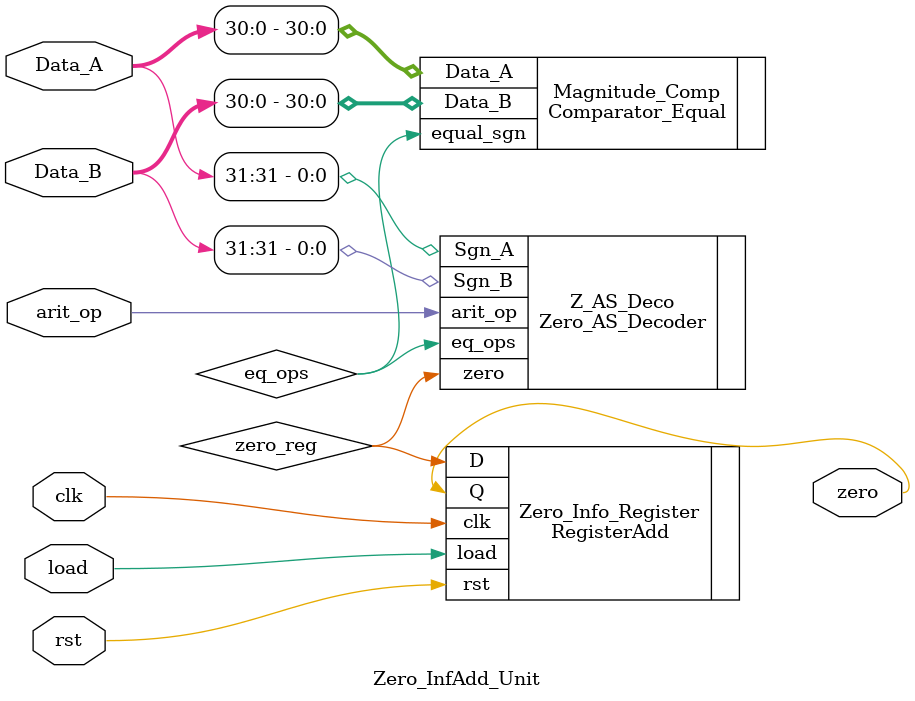
<source format=v>
`timescale 1ns / 1ps

//This modules is specially design to handle the zero condition on the add function
//the objective is to have a quick response to operations whose result will be a zero
//so, this is basically a module that compares both operands and considers if the 
//operation is an add or subtract to take decisions about the result 

module Zero_InfAdd_Unit

//SINGLE PRECISION PARAMETERS//////
	# (parameter W = 32) 
	
//DOUBLE PRECISION PARAMETERS//////
/*	# (parameter W = 64) */
	(
	//INPUTS
		input wire clk,
		input wire rst,
		input wire load,
		input wire [W-1:0] Data_A, //Data_A and Data_B are the operands
		input wire [W-1:0] Data_B, 
		input wire arit_op, //add or subtract operation
	//OUTPUTS
		output wire zero //flag zero signal , it indicates to the add_Sub module
		//that the result is zero
	
    );


//CONNECTION WIRES/////////////////////////////////////////////
wire eq_ops;
wire zero_reg;
//////////////////////////////////////////////////////////////
//BODY OF THE MODULE////

Comparator_Equal #(.S(W-1)) Magnitude_Comp  (
    .Data_A(Data_A[W-2:0]), 
    .Data_B(Data_B[W-2:0]), 
    .equal_sgn(eq_ops)
    );
	 
Zero_AS_Decoder Z_AS_Deco (
    .eq_ops(eq_ops), 
    .Sgn_A(Data_A[W-1]), 
    .Sgn_B(Data_B[W-1]), 
    .arit_op(arit_op), 
    .zero(zero_reg)
    );

RegisterAdd #(.W(1)) Zero_Info_Register(
    .clk(clk), 
    .rst(rst), 
    .load(load), 
    .D(zero_reg), 
    .Q(zero)
    );




endmodule

</source>
